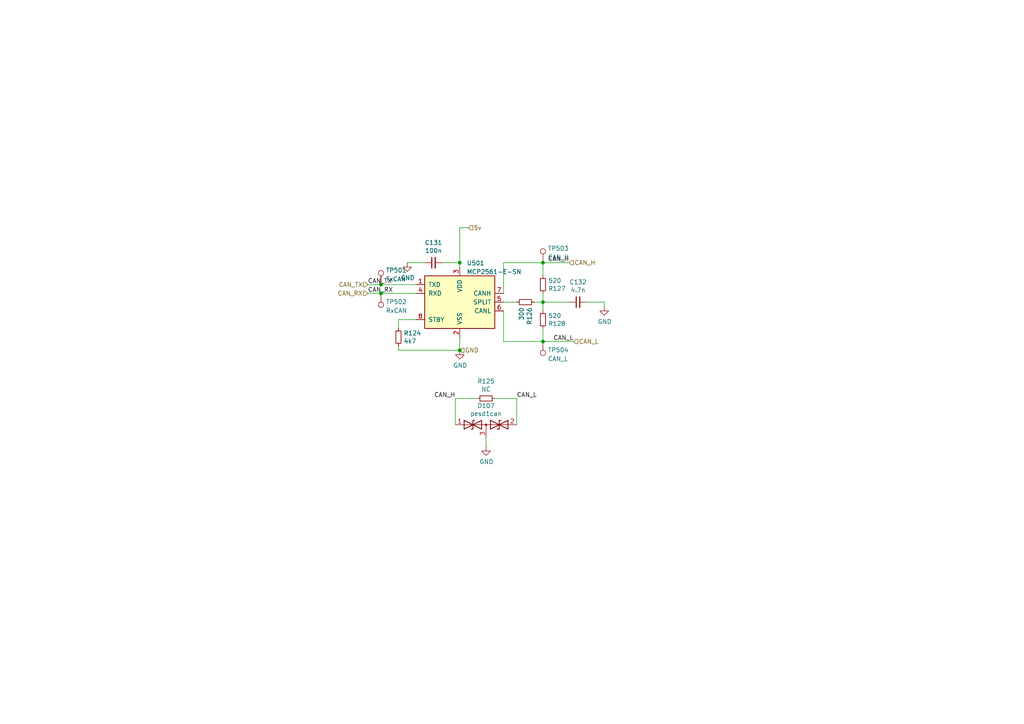
<source format=kicad_sch>
(kicad_sch (version 20231120) (generator "eeschema") (generator_version "8.0")
  (paper "A4")
  (lib_symbols
    (symbol "Connector:TestPoint" (pin_numbers hide) (pin_names (offset 0.762) hide)
      (property "Reference" "TP" (at 0 6.858 0))
      (property "Value" "TestPoint" (at 0 5.08 0))
      (symbol "TestPoint_0_1"
        (circle (center 0 3.302) (radius 0.762))
      )
      (symbol "TestPoint_1_1"
        (pin passive line (at 0 0 90) (length 2.54) (name "1") (number "1"))
      )
    )
    (symbol "Controle-rescue:D_TVS_x2_AAC-Device" (pin_names (offset 1.016) hide)
      (property "Reference" "D" (at 0 4.445 0))
      (property "Value" "D_TVS_x2_AAC-Device" (at 0 2.54 0))
      (symbol "D_TVS_x2_AAC-Device_0_0"
        (polyline (pts (xy 0 -1.27) (xy 0 0)))
      )
      (symbol "D_TVS_x2_AAC-Device_0_1"
        (polyline (pts (xy -6.35 0) (xy 6.35 0)))
        (polyline (pts (xy -3.302 1.27) (xy -3.81 1.27) (xy -3.81 -1.27) (xy -4.318 -1.27)) (stroke (width 0.254)))
        (polyline (pts (xy 4.318 1.27) (xy 3.81 1.27) (xy 3.81 -1.27) (xy 3.302 -1.27)) (stroke (width 0.254)))
        (polyline (pts (xy -6.35 1.27) (xy -1.27 -1.27) (xy -1.27 1.27) (xy -6.35 -1.27) (xy -6.35 1.27)) (stroke (width 0.254)))
        (polyline (pts (xy 6.35 1.27) (xy 1.27 -1.27) (xy 1.27 1.27) (xy 6.35 -1.27) (xy 6.35 1.27)) (stroke (width 0.254)))
        (circle (center 0 0) (radius 0.254) (fill (type outline)))
      )
      (symbol "D_TVS_x2_AAC-Device_1_1"
        (pin passive line (at -8.89 0 0) (length 2.54) (name "A1") (number "1"))
        (pin passive line (at 8.89 0 180) (length 2.54) (name "A2") (number "2"))
        (pin input line (at 0 -3.81 90) (length 2.54) (name "common") (number "3"))
      )
    )
    (symbol "Device:C_Small" (pin_numbers hide) (pin_names (offset 0.254) hide)
      (property "Reference" "C" (at 0.254 1.778 0))
      (property "Value" "C_Small" (at 0.254 -2.032 0))
      (symbol "C_Small_0_1"
        (polyline (pts (xy -1.524 -0.508) (xy 1.524 -0.508)) (stroke (width 0.3302)))
        (polyline (pts (xy -1.524 0.508) (xy 1.524 0.508)) (stroke (width 0.3048)))
      )
      (symbol "C_Small_1_1"
        (pin passive line (at 0 2.54 270) (length 2.032) (name "~") (number "1"))
        (pin passive line (at 0 -2.54 90) (length 2.032) (name "~") (number "2"))
      )
    )
    (symbol "Device:R_Small" (pin_numbers hide) (pin_names (offset 0.254) hide)
      (property "Reference" "R" (at 0.762 0.508 0))
      (property "Value" "R_Small" (at 0.762 -1.016 0))
      (symbol "R_Small_0_1"
        (rectangle (start -0.762 1.778) (end 0.762 -1.778) (stroke (width 0.2032)))
      )
      (symbol "R_Small_1_1"
        (pin passive line (at 0 2.54 270) (length 0.762) (name "~") (number "1"))
        (pin passive line (at 0 -2.54 90) (length 0.762) (name "~") (number "2"))
      )
    )
    (symbol "Interface_CAN_LIN:MCP2561-E-SN" (pin_names (offset 1.016))
      (property "Reference" "U" (at -10.16 8.89 0))
      (property "Value" "MCP2561-E-SN" (at 2.54 8.89 0))
      (symbol "MCP2561-E-SN_0_1"
        (rectangle (start -10.16 7.62) (end 10.16 -7.62) (stroke (width 0.254)) (fill (type background)))
      )
      (symbol "MCP2561-E-SN_1_1"
        (pin input line (at -12.7 5.08 0) (length 2.54) (name "TXD") (number "1"))
        (pin power_in line (at 0 -10.16 90) (length 2.54) (name "VSS") (number "2"))
        (pin power_in line (at 0 10.16 270) (length 2.54) (name "VDD") (number "3"))
        (pin output line (at -12.7 2.54 0) (length 2.54) (name "RXD") (number "4"))
        (pin passive line (at 12.7 0 180) (length 2.54) (name "SPLIT") (number "5"))
        (pin bidirectional line (at 12.7 -2.54 180) (length 2.54) (name "CANL") (number "6"))
        (pin bidirectional line (at 12.7 2.54 180) (length 2.54) (name "CANH") (number "7"))
        (pin input line (at -12.7 -5.08 0) (length 2.54) (name "STBY") (number "8"))
      )
    )
    (symbol "power:GND" (power) (pin_names (offset 0))
      (property "Value" "GND" (at 0 -3.81 0))
      (symbol "GND_0_1"
        (polyline (pts (xy 0 0) (xy 0 -1.27) (xy 1.27 -1.27) (xy 0 -2.54) (xy -1.27 -1.27) (xy 0 -1.27)))
      )
      (symbol "GND_1_1"
        (pin power_in line (at 0 0 270) (length 0) hide (name "GND") (number "1"))
      )
    )
  )
  (junction (at 157.48 99.06))
  (junction (at 157.48 76.2))
  (junction (at 157.48 87.63))
  (junction (at 110.49 82.55))
  (junction (at 133.35 101.6))
  (junction (at 133.35 76.2))
  (junction (at 110.49 85.09))
  (wire (pts (xy 133.35 101.6) (xy 133.35 97.79)))
  (wire (pts (xy 157.48 87.63) (xy 157.48 85.09)))
  (wire (pts (xy 146.05 76.2) (xy 157.48 76.2)))
  (wire (pts (xy 154.94 87.63) (xy 157.48 87.63)))
  (wire (pts (xy 175.26 87.63) (xy 170.18 87.63)))
  (wire (pts (xy 133.35 76.2) (xy 133.35 66.04)))
  (wire (pts (xy 118.11 76.2) (xy 123.19 76.2)))
  (wire (pts (xy 110.49 82.55) (xy 106.68 82.55)))
  (wire (pts (xy 140.97 129.54) (xy 140.97 127)))
  (wire (pts (xy 157.48 90.17) (xy 157.48 87.63)))
  (wire (pts (xy 143.51 115.57) (xy 149.86 115.57)))
  (wire (pts (xy 115.57 95.25) (xy 115.57 92.71)))
  (wire (pts (xy 120.65 82.55) (xy 110.49 82.55)))
  (wire (pts (xy 133.35 76.2) (xy 133.35 77.47)))
  (wire (pts (xy 157.48 76.2) (xy 165.1 76.2)))
  (wire (pts (xy 115.57 92.71) (xy 120.65 92.71)))
  (wire (pts (xy 149.86 87.63) (xy 146.05 87.63)))
  (wire (pts (xy 149.86 115.57) (xy 149.86 123.19)))
  (wire (pts (xy 157.48 80.01) (xy 157.48 76.2)))
  (wire (pts (xy 157.48 95.25) (xy 157.48 99.06)))
  (wire (pts (xy 165.1 87.63) (xy 157.48 87.63)))
  (wire (pts (xy 128.27 76.2) (xy 133.35 76.2)))
  (wire (pts (xy 146.05 99.06) (xy 146.05 90.17)))
  (wire (pts (xy 132.08 115.57) (xy 132.08 123.19)))
  (wire (pts (xy 110.49 85.09) (xy 106.68 85.09)))
  (wire (pts (xy 133.35 66.04) (xy 135.89 66.04)))
  (wire (pts (xy 157.48 99.06) (xy 166.37 99.06)))
  (wire (pts (xy 138.43 115.57) (xy 132.08 115.57)))
  (wire (pts (xy 175.26 88.9) (xy 175.26 87.63)))
  (wire (pts (xy 146.05 99.06) (xy 157.48 99.06)))
  (wire (pts (xy 120.65 85.09) (xy 110.49 85.09)))
  (wire (pts (xy 115.57 101.6) (xy 133.35 101.6)))
  (wire (pts (xy 115.57 100.33) (xy 115.57 101.6)))
  (wire (pts (xy 146.05 76.2) (xy 146.05 85.09)))
  (label "CAN_H" (at 165.1 76.2 180))
  (label "CAN_L" (at 166.37 99.06 180))
  (label "CAN_RX" (at 106.68 85.09 0))
  (label "CAN_H" (at 132.08 115.57 180))
  (label "CAN_TX" (at 106.68 82.55 0))
  (label "CAN_L" (at 149.86 115.57 0))
  (hierarchical_label "CAN_RX" (shape input) (at 106.68 85.09 180))
  (hierarchical_label "GND" (shape input) (at 133.35 101.6 0))
  (hierarchical_label "CAN_TX" (shape input) (at 106.68 82.55 180))
  (hierarchical_label "CAN_H" (shape input) (at 165.1 76.2 0))
  (hierarchical_label "CAN_L" (shape input) (at 166.37 99.06 0))
  (hierarchical_label "5v" (shape input) (at 135.89 66.04 0))
  (symbol (lib_id "power:GND") (at 133.35 101.6 0) (unit 1)
    (property "Reference" "#PWR0140" (effects (hide yes)))
    (property "Value" "GND" (at 133.477 105.9942 0))
  )
  (symbol (lib_id "Device:R_Small") (at 115.57 97.79 0) (unit 1)
    (property "Reference" "R124" (at 117.0686 96.6216 0) (effects (justify left)))
    (property "Value" "4k7" (at 117.0686 98.933 0) (effects (justify left)))
    (property "Footprint" "Resistor_SMD:R_0603_1608Metric_Pad0.98x0.95mm_HandSolder" (effects (hide yes)))
  )
  (symbol (lib_id "power:GND") (at 118.11 76.2 0) (unit 1)
    (property "Reference" "#PWR0139" (effects (hide yes)))
    (property "Value" "GND" (at 118.237 80.5942 0))
  )
  (symbol (lib_id "Device:C_Small") (at 125.73 76.2 90) (unit 1)
    (property "Reference" "C131" (at 125.73 70.3834 90))
    (property "Value" "100n" (at 125.73 72.6948 90))
    (property "Footprint" "Capacitor_SMD:C_0603_1608Metric_Pad1.08x0.95mm_HandSolder" (effects (hide yes)))
  )
  (symbol (lib_id "Controle-rescue:D_TVS_x2_AAC-Device") (at 140.97 123.19 0) (unit 1)
    (property "Reference" "D107" (at 140.97 117.6782 0))
    (property "Value" "pesd1can" (at 140.97 119.9896 0))
    (property "Footprint" "Package_TO_SOT_SMD:SOT-23" (effects (hide yes)))
  )
  (symbol (lib_id "Device:R_Small") (at 140.97 115.57 270) (unit 1)
    (property "Reference" "R125" (at 140.97 110.5916 90))
    (property "Value" "NC" (at 140.97 112.903 90))
    (property "Footprint" "Resistor_SMD:R_0603_1608Metric_Pad0.98x0.95mm_HandSolder" (effects (hide yes)))
  )
  (symbol (lib_id "power:GND") (at 140.97 129.54 0) (unit 1)
    (property "Reference" "#PWR0141" (effects (hide yes)))
    (property "Value" "GND" (at 141.097 133.9342 0))
  )
  (symbol (lib_id "Device:R_Small") (at 152.4 87.63 270) (unit 1)
    (property "Reference" "R126" (at 153.5684 89.1286 0) (effects (justify left)))
    (property "Value" "300" (at 151.257 89.1286 0) (effects (justify left)))
    (property "Footprint" "Resistor_SMD:R_0603_1608Metric_Pad0.98x0.95mm_HandSolder" (effects (hide yes)))
  )
  (symbol (lib_id "Device:R_Small") (at 157.48 82.55 0) (mirror x) (unit 1)
    (property "Reference" "R127" (at 158.9786 83.7184 0) (effects (justify left)))
    (property "Value" "520" (at 158.9786 81.407 0) (effects (justify left)))
    (property "Footprint" "Resistor_SMD:R_0603_1608Metric_Pad0.98x0.95mm_HandSolder" (effects (hide yes)))
  )
  (symbol (lib_id "Device:R_Small") (at 157.48 92.71 0) (mirror x) (unit 1)
    (property "Reference" "R128" (at 158.9786 93.8784 0) (effects (justify left)))
    (property "Value" "520" (at 158.9786 91.567 0) (effects (justify left)))
    (property "Footprint" "Resistor_SMD:R_0603_1608Metric_Pad0.98x0.95mm_HandSolder" (effects (hide yes)))
  )
  (symbol (lib_id "Device:C_Small") (at 167.64 87.63 90) (unit 1)
    (property "Reference" "C132" (at 167.64 81.8134 90))
    (property "Value" "4.7n" (at 167.64 84.1248 90))
    (property "Footprint" "Capacitor_SMD:C_0603_1608Metric_Pad1.08x0.95mm_HandSolder" (effects (hide yes)))
  )
  (symbol (lib_id "power:GND") (at 175.26 88.9 0) (unit 1)
    (property "Reference" "#PWR0142" (effects (hide yes)))
    (property "Value" "GND" (at 175.387 93.2942 0))
  )
  (symbol (lib_id "Connector:TestPoint") (at 157.48 76.2 0) (unit 1)
    (property "Reference" "TP503" (at 158.877 72.0633 0) (effects (justify left)))
    (property "Value" "CAN_H" (at 158.877 74.6002 0) (effects (justify left)))
    (property "Footprint" "TestPoint:TestPoint_Pad_2.0x2.0mm" (effects (hide yes)))
  )
  (symbol (lib_id "Connector:TestPoint") (at 157.48 99.06 180) (unit 1)
    (property "Reference" "TP504" (at 158.877 101.5273 0) (effects (justify right)))
    (property "Value" "CAN_L" (at 158.877 104.0642 0) (effects (justify right)))
    (property "Footprint" "TestPoint:TestPoint_Pad_2.0x2.0mm" (effects (hide yes)))
  )
  (symbol (lib_id "Connector:TestPoint") (at 110.49 82.55 0) (unit 1)
    (property "Reference" "TP501" (at 111.887 78.4133 0) (effects (justify left)))
    (property "Value" "TxCAN" (at 111.887 80.9502 0) (effects (justify left)))
    (property "Footprint" "TestPoint:TestPoint_Pad_2.0x2.0mm" (effects (hide yes)))
  )
  (symbol (lib_id "Connector:TestPoint") (at 110.49 85.09 180) (unit 1)
    (property "Reference" "TP502" (at 111.887 87.5573 0) (effects (justify right)))
    (property "Value" "RxCAN" (at 111.887 90.0942 0) (effects (justify right)))
    (property "Footprint" "TestPoint:TestPoint_Pad_2.0x2.0mm" (effects (hide yes)))
  )
  (symbol (lib_id "Interface_CAN_LIN:MCP2561-E-SN") (at 133.35 87.63 0) (unit 1)
    (property "Reference" "U501" (at 135.3694 76.3102 0) (effects (justify left)))
    (property "Value" "MCP2561-E-SN" (at 135.3694 78.8471 0) (effects (justify left)))
    (property "Footprint" "Package_SO:SOIC-8_3.9x4.9mm_P1.27mm" (effects (hide yes)))
    (property "Datasheet" "http://ww1.microchip.com/downloads/en/DeviceDoc/25167A.pdf" (effects (hide yes)))
  )
)
</source>
